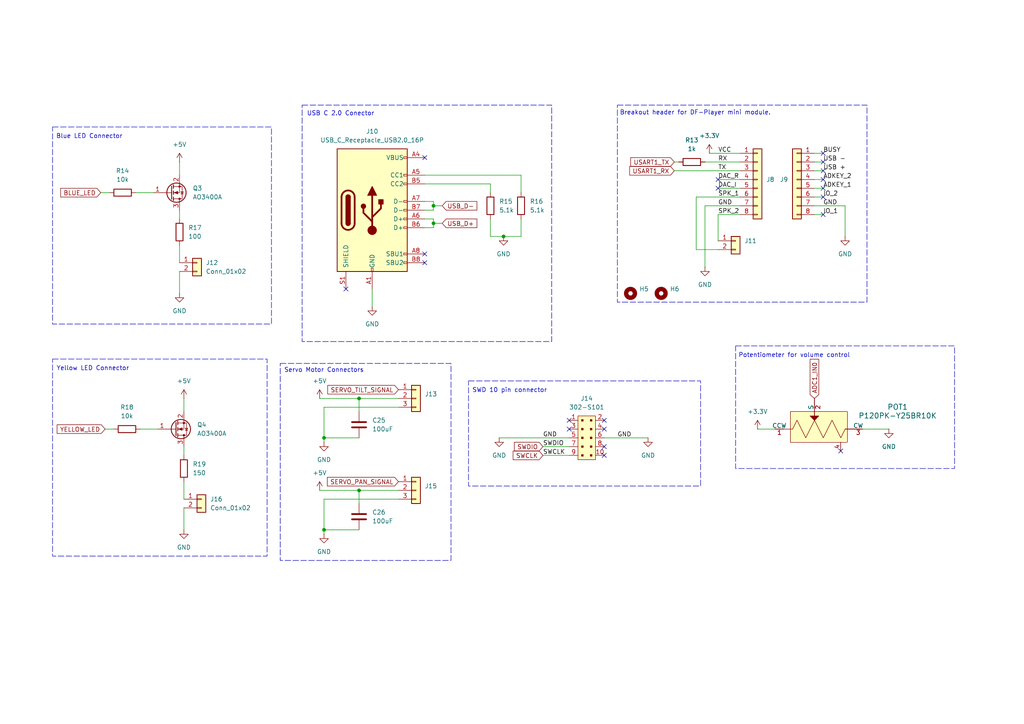
<source format=kicad_sch>
(kicad_sch (version 20250114) (generator "eeschema") (generator_version "9.0")
  (paper "A4")
  (title_block (title "Turret PCB Devices/Peripherals") (date "2025-09-15") (rev "R1.0") (company "Cedric Roghi"))
  (lib_symbols
    (symbol "Connector:USB_C_Receptacle_USB2.0_16P" (pin_names (offset 1.016))
      (property "Reference" "J" (at 0 22.225 0))
      (property "Value" "USB_C_Receptacle_USB2.0_16P" (at 0 19.685 0))
      (symbol "USB_C_Receptacle_USB2.0_16P_0_0"
        (rectangle (start -0.254 -17.78) (end 0.254 -16.764))
        (rectangle (start 10.16 15.494) (end 9.144 14.986))
        (rectangle (start 10.16 10.414) (end 9.144 9.906))
        (rectangle (start 10.16 7.874) (end 9.144 7.366))
        (rectangle (start 10.16 2.794) (end 9.144 2.286))
        (rectangle (start 10.16 0.254) (end 9.144 -0.254))
        (rectangle (start 10.16 -2.286) (end 9.144 -2.794))
        (rectangle (start 10.16 -4.826) (end 9.144 -5.334))
        (rectangle (start 10.16 -12.446) (end 9.144 -12.954))
        (rectangle (start 10.16 -14.986) (end 9.144 -15.494))
      )
      (symbol "USB_C_Receptacle_USB2.0_16P_0_1"
        (rectangle (start -10.16 17.78) (end 10.16 -17.78) (stroke (width 0.254)) (fill (type background)))
        (polyline (pts (xy -8.89 -3.81) (xy -8.89 3.81)) (stroke (width 0.508)))
        (rectangle (start -7.62 -3.81) (end -6.35 3.81) (stroke (width 0.254)) (fill (type outline)))
        (arc (start -7.62 3.81) (mid -6.985 4.4423) (end -6.35 3.81) (stroke (width 0.254)))
        (arc (start -7.62 3.81) (mid -6.985 4.4423) (end -6.35 3.81) (stroke (width 0.254)) (fill (type outline)))
        (arc (start -8.89 3.81) (mid -6.985 5.7067) (end -5.08 3.81) (stroke (width 0.508)))
        (arc (start -5.08 -3.81) (mid -6.985 -5.7067) (end -8.89 -3.81) (stroke (width 0.508)))
        (arc (start -6.35 -3.81) (mid -6.985 -4.4423) (end -7.62 -3.81) (stroke (width 0.254)))
        (arc (start -6.35 -3.81) (mid -6.985 -4.4423) (end -7.62 -3.81) (stroke (width 0.254)) (fill (type outline)))
        (polyline (pts (xy -5.08 3.81) (xy -5.08 -3.81)) (stroke (width 0.508)))
        (circle (center -2.54 1.143) (radius 0.635) (stroke (width 0.254)) (fill (type outline)))
        (polyline (pts (xy -1.27 4.318) (xy 0 6.858) (xy 1.27 4.318) (xy -1.27 4.318)) (stroke (width 0.254)) (fill (type outline)))
        (polyline (pts (xy 0 -2.032) (xy 2.54 0.508) (xy 2.54 1.778)) (stroke (width 0.508)))
        (polyline (pts (xy 0 -3.302) (xy -2.54 -0.762) (xy -2.54 0.508)) (stroke (width 0.508)))
        (polyline (pts (xy 0 -5.842) (xy 0 4.318)) (stroke (width 0.508)))
        (circle (center 0 -5.842) (radius 1.27) (fill (type outline)))
        (rectangle (start 1.905 1.778) (end 3.175 3.048) (stroke (width 0.254)) (fill (type outline)))
      )
      (symbol "USB_C_Receptacle_USB2.0_16P_1_1"
        (pin passive line (at -7.62 -22.86 90) (length 5.08) (name "SHIELD") (number "S1"))
        (pin passive line (at 0 -22.86 90) (length 5.08) (name "GND") (number "A1"))
        (pin passive line (at 0 -22.86 90) (length 5.08) (hide yes) (name "GND") (number "A12"))
        (pin passive line (at 0 -22.86 90) (length 5.08) (hide yes) (name "GND") (number "B1"))
        (pin passive line (at 0 -22.86 90) (length 5.08) (hide yes) (name "GND") (number "B12"))
        (pin passive line (at 15.24 15.24 180) (length 5.08) (name "VBUS") (number "A4"))
        (pin passive line (at 15.24 15.24 180) (length 5.08) (hide yes) (name "VBUS") (number "A9"))
        (pin passive line (at 15.24 15.24 180) (length 5.08) (hide yes) (name "VBUS") (number "B4"))
        (pin passive line (at 15.24 15.24 180) (length 5.08) (hide yes) (name "VBUS") (number "B9"))
        (pin bidirectional line (at 15.24 10.16 180) (length 5.08) (name "CC1") (number "A5"))
        (pin bidirectional line (at 15.24 7.62 180) (length 5.08) (name "CC2") (number "B5"))
        (pin bidirectional line (at 15.24 2.54 180) (length 5.08) (name "D-") (number "A7"))
        (pin bidirectional line (at 15.24 0 180) (length 5.08) (name "D-") (number "B7"))
        (pin bidirectional line (at 15.24 -2.54 180) (length 5.08) (name "D+") (number "A6"))
        (pin bidirectional line (at 15.24 -5.08 180) (length 5.08) (name "D+") (number "B6"))
        (pin bidirectional line (at 15.24 -12.7 180) (length 5.08) (name "SBU1") (number "A8"))
        (pin bidirectional line (at 15.24 -15.24 180) (length 5.08) (name "SBU2") (number "B8"))
      )
    )
    (symbol "Connector_Generic:Conn_01x02" (pin_names (offset 1.016) (hide yes))
      (property "Reference" "J" (at 0 2.54 0))
      (property "Value" "Conn_01x02" (at 0 -5.08 0))
      (symbol "Conn_01x02_1_1"
        (rectangle (start -1.27 1.27) (end 1.27 -3.81) (stroke (width 0.254)) (fill (type background)))
        (rectangle (start -1.27 0.127) (end 0 -0.127) (stroke (width 0.1524)))
        (rectangle (start -1.27 -2.413) (end 0 -2.667) (stroke (width 0.1524)))
        (pin passive line (at -5.08 0 0) (length 3.81) (name "Pin_1") (number "1"))
        (pin passive line (at -5.08 -2.54 0) (length 3.81) (name "Pin_2") (number "2"))
      )
    )
    (symbol "Connector_Generic:Conn_01x03" (pin_names (offset 1.016) (hide yes))
      (property "Reference" "J" (at 0 5.08 0))
      (property "Value" "Conn_01x03" (at 0 -5.08 0))
      (symbol "Conn_01x03_1_1"
        (rectangle (start -1.27 3.81) (end 1.27 -3.81) (stroke (width 0.254)) (fill (type background)))
        (rectangle (start -1.27 2.667) (end 0 2.413) (stroke (width 0.1524)))
        (rectangle (start -1.27 0.127) (end 0 -0.127) (stroke (width 0.1524)))
        (rectangle (start -1.27 -2.413) (end 0 -2.667) (stroke (width 0.1524)))
        (pin passive line (at -5.08 2.54 0) (length 3.81) (name "Pin_1") (number "1"))
        (pin passive line (at -5.08 0 0) (length 3.81) (name "Pin_2") (number "2"))
        (pin passive line (at -5.08 -2.54 0) (length 3.81) (name "Pin_3") (number "3"))
      )
    )
    (symbol "Connector_Generic:Conn_01x08" (pin_names (offset 1.016) (hide yes))
      (property "Reference" "J" (at 0 10.16 0))
      (property "Value" "Conn_01x08" (at 0 -12.7 0))
      (symbol "Conn_01x08_1_1"
        (rectangle (start -1.27 8.89) (end 1.27 -11.43) (stroke (width 0.254)) (fill (type background)))
        (rectangle (start -1.27 7.747) (end 0 7.493) (stroke (width 0.1524)))
        (rectangle (start -1.27 5.207) (end 0 4.953) (stroke (width 0.1524)))
        (rectangle (start -1.27 2.667) (end 0 2.413) (stroke (width 0.1524)))
        (rectangle (start -1.27 0.127) (end 0 -0.127) (stroke (width 0.1524)))
        (rectangle (start -1.27 -2.413) (end 0 -2.667) (stroke (width 0.1524)))
        (rectangle (start -1.27 -4.953) (end 0 -5.207) (stroke (width 0.1524)))
        (rectangle (start -1.27 -7.493) (end 0 -7.747) (stroke (width 0.1524)))
        (rectangle (start -1.27 -10.033) (end 0 -10.287) (stroke (width 0.1524)))
        (pin passive line (at -5.08 7.62 0) (length 3.81) (name "Pin_1") (number "1"))
        (pin passive line (at -5.08 5.08 0) (length 3.81) (name "Pin_2") (number "2"))
        (pin passive line (at -5.08 2.54 0) (length 3.81) (name "Pin_3") (number "3"))
        (pin passive line (at -5.08 0 0) (length 3.81) (name "Pin_4") (number "4"))
        (pin passive line (at -5.08 -2.54 0) (length 3.81) (name "Pin_5") (number "5"))
        (pin passive line (at -5.08 -5.08 0) (length 3.81) (name "Pin_6") (number "6"))
        (pin passive line (at -5.08 -7.62 0) (length 3.81) (name "Pin_7") (number "7"))
        (pin passive line (at -5.08 -10.16 0) (length 3.81) (name "Pin_8") (number "8"))
      )
    )
    (symbol "Device:C" (pin_numbers (hide yes)) (pin_names (offset 0.254))
      (property "Reference" "C" (at 0.635 2.54 0))
      (property "Value" "C" (at 0.635 -2.54 0))
      (symbol "C_0_1"
        (polyline (pts (xy -2.032 0.762) (xy 2.032 0.762)) (stroke (width 0.508)))
        (polyline (pts (xy -2.032 -0.762) (xy 2.032 -0.762)) (stroke (width 0.508)))
      )
      (symbol "C_1_1"
        (pin passive line (at 0 3.81 270) (length 2.794) (name "~") (number "1"))
        (pin passive line (at 0 -3.81 90) (length 2.794) (name "~") (number "2"))
      )
    )
    (symbol "Device:R" (pin_numbers (hide yes)) (pin_names (offset 0))
      (property "Reference" "R" (at 2.032 0 90))
      (property "Value" "R" (at 0 0 90))
      (symbol "R_0_1"
        (rectangle (start -1.016 -2.54) (end 1.016 2.54) (stroke (width 0.254)))
      )
      (symbol "R_1_1"
        (pin passive line (at 0 3.81 270) (length 1.27) (name "~") (number "1"))
        (pin passive line (at 0 -3.81 90) (length 1.27) (name "~") (number "2"))
      )
    )
    (symbol "Mechanical:MountingHole" (pin_names (offset 1.016)) (in_bom no)
      (property "Reference" "H" (at 0 5.08 0))
      (property "Value" "MountingHole" (at 0 3.175 0))
      (symbol "MountingHole_0_1"
        (circle (center 0 0) (radius 1.27) (stroke (width 1.27)))
      )
    )
    (symbol "Transistor_FET:AO3400A" (pin_names (offset 0) (hide yes))
      (property "Reference" "Q" (at 5.08 1.905 0))
      (property "Value" "AO3400A" (at 5.08 0 0))
      (symbol "AO3400A_0_1"
        (polyline (pts (xy 0.254 1.905) (xy 0.254 -1.905)) (stroke (width 0.254)))
        (polyline (pts (xy 0.254 0) (xy -2.54 0)))
        (polyline (pts (xy 0.762 2.286) (xy 0.762 1.27)) (stroke (width 0.254)))
        (polyline (pts (xy 0.762 0.508) (xy 0.762 -0.508)) (stroke (width 0.254)))
        (polyline (pts (xy 0.762 -1.27) (xy 0.762 -2.286)) (stroke (width 0.254)))
        (polyline (pts (xy 0.762 -1.778) (xy 3.302 -1.778) (xy 3.302 1.778) (xy 0.762 1.778)))
        (polyline (pts (xy 1.016 0) (xy 2.032 0.381) (xy 2.032 -0.381) (xy 1.016 0)) (fill (type outline)))
        (circle (center 1.651 0) (radius 2.794) (stroke (width 0.254)))
        (polyline (pts (xy 2.54 2.54) (xy 2.54 1.778)))
        (circle (center 2.54 1.778) (radius 0.254) (fill (type outline)))
        (circle (center 2.54 -1.778) (radius 0.254) (fill (type outline)))
        (polyline (pts (xy 2.54 -2.54) (xy 2.54 0) (xy 0.762 0)))
        (polyline (pts (xy 2.921 0.381) (xy 3.683 0.381)))
        (polyline (pts (xy 3.302 0.381) (xy 2.921 -0.254) (xy 3.683 -0.254) (xy 3.302 0.381)))
      )
      (symbol "AO3400A_1_1"
        (pin input line (at -5.08 0 0) (length 2.54) (name "G") (number "1"))
        (pin passive line (at 2.54 5.08 270) (length 2.54) (name "D") (number "3"))
        (pin passive line (at 2.54 -5.08 90) (length 2.54) (name "S") (number "2"))
      )
    )
    (symbol "dk_Rectangular-Connectors-Headers-Male-Pins:302-S101" (pin_names (offset 1.016))
      (property "Reference" "J" (at -2.54 7.62 0))
      (property "Value" "302-S101" (at 0 -7.62 0))
      (symbol "302-S101_1_1"
        (rectangle (start -2.54 6.35) (end 2.54 -6.35) (fill (type background)))
        (rectangle (start -1.524 5.334) (end -1.016 4.826) (fill (type outline)))
        (rectangle (start -1.524 2.794) (end -1.016 2.286) (fill (type outline)))
        (rectangle (start -1.524 0.254) (end -1.016 -0.254) (fill (type outline)))
        (rectangle (start -1.524 -2.286) (end -1.016 -2.794) (fill (type outline)))
        (rectangle (start -1.524 -4.826) (end -1.016 -5.334) (fill (type outline)))
        (rectangle (start 1.016 5.334) (end 1.524 4.826) (fill (type outline)))
        (rectangle (start 1.016 2.794) (end 1.524 2.286) (fill (type outline)))
        (rectangle (start 1.016 0.254) (end 1.524 -0.254) (fill (type outline)))
        (rectangle (start 1.016 -2.286) (end 1.524 -2.794) (fill (type outline)))
        (rectangle (start 1.016 -4.826) (end 1.524 -5.334) (fill (type outline)))
        (pin passive line (at -5.08 5.08 0) (length 2.54) (name "~") (number "1"))
        (pin passive line (at -5.08 2.54 0) (length 2.54) (name "~") (number "3"))
        (pin passive line (at -5.08 0 0) (length 2.54) (name "~") (number "5"))
        (pin passive line (at -5.08 -2.54 0) (length 2.54) (name "~") (number "7"))
        (pin passive line (at -5.08 -5.08 0) (length 2.54) (name "~") (number "9"))
        (pin passive line (at 5.08 5.08 180) (length 2.54) (name "~") (number "2"))
        (pin passive line (at 5.08 2.54 180) (length 2.54) (name "~") (number "4"))
        (pin passive line (at 5.08 0 180) (length 2.54) (name "~") (number "6"))
        (pin passive line (at 5.08 -2.54 180) (length 2.54) (name "~") (number "8"))
        (pin passive line (at 5.08 -5.08 180) (length 2.54) (name "~") (number "10"))
      )
    )
    (symbol "dk_Rotary-Potentiometers-Rheostats:P120PK-Y25BR10K" (pin_names (offset 0))
      (property "Reference" "POT" (at -1.905 6.35 0))
      (property "Value" "P120PK-Y25BR10K" (at 6.985 -5.08 0))
      (symbol "P120PK-Y25BR10K_0_1"
        (rectangle (start -6.985 5.08) (end 9.525 -3.81) (fill (type background)))
        (polyline (pts (xy -6.35 0) (xy -8.89 0)))
        (polyline (pts (xy -6.3246 0.0254) (xy -5.0546 2.5654) (xy -2.5146 -2.5146) (xy -1.2446 0.0254) (xy 0.0254 2.5654) (xy 2.5654 -2.5146) (xy 5.1054 2.5654) (xy 7.6454 -2.5146) (xy 8.9154 0.0254) (xy 11.4554 0.0254)))
        (polyline (pts (xy -0.635 3.175) (xy -1.27 3.81) (xy 1.27 3.81) (xy 0 2.54)) (fill (type outline)))
        (polyline (pts (xy 0 2.54) (xy -0.635 3.175) (xy 0.635 3.175) (xy 0 2.54)))
        (polyline (pts (xy 11.43 0) (xy 8.89 0)))
      )
      (symbol "P120PK-Y25BR10K_1_0"
        (pin unspecified line (at 7.62 -6.35 90) (length 2.54) (name "~") (number "4"))
      )
      (symbol "P120PK-Y25BR10K_1_1"
        (pin passive line (at -11.43 0 0) (length 2.54) (name "CCW") (number "1"))
        (pin passive line (at 0 8.89 270) (length 5.08) (name "S") (number "2"))
        (pin passive line (at 13.97 0 180) (length 2.54) (name "CW") (number "3"))
      )
    )
    (symbol "power:+3.3V" (power) (pin_numbers (hide yes)) (pin_names (offset 0) (hide yes))
      (property "Value" "+3.3V" (at 0 3.556 0))
      (symbol "+3.3V_0_1"
        (polyline (pts (xy -0.762 1.27) (xy 0 2.54)))
        (polyline (pts (xy 0 2.54) (xy 0.762 1.27)))
        (polyline (pts (xy 0 0) (xy 0 2.54)))
      )
      (symbol "+3.3V_1_1"
        (pin power_in line (at 0 0 90) (length 0) (name "~") (number "1"))
      )
    )
    (symbol "power:+5V" (power) (pin_numbers (hide yes)) (pin_names (offset 0) (hide yes))
      (property "Value" "+5V" (at 0 3.556 0))
      (symbol "+5V_0_1"
        (polyline (pts (xy -0.762 1.27) (xy 0 2.54)))
        (polyline (pts (xy 0 2.54) (xy 0.762 1.27)))
        (polyline (pts (xy 0 0) (xy 0 2.54)))
      )
      (symbol "+5V_1_1"
        (pin power_in line (at 0 0 90) (length 0) (name "~") (number "1"))
      )
    )
    (symbol "power:GND" (power) (pin_numbers (hide yes)) (pin_names (offset 0) (hide yes))
      (property "Value" "GND" (at 0 -3.81 0))
      (symbol "GND_0_1"
        (polyline (pts (xy 0 0) (xy 0 -1.27) (xy 1.27 -1.27) (xy 0 -2.54) (xy -1.27 -1.27) (xy 0 -1.27)))
      )
      (symbol "GND_1_1"
        (pin power_in line (at 0 0 270) (length 0) (name "~") (number "1"))
      )
    )
  )
  (rectangle (start 81.28 105.41) (end 130.81 162.56) (stroke (width 0) (type dash)))
  (rectangle (start 15.24 36.83) (end 78.74 93.98) (stroke (width 0) (type dash)))
  (rectangle (start 213.36 100.33) (end 276.86 135.89) (stroke (width 0) (type dash)))
  (rectangle (start 15.24 104.14) (end 77.47 161.29) (stroke (width 0) (type dash)))
  (rectangle (start 87.63 30.48) (end 160.02 99.06) (stroke (width 0) (type dash)))
  (rectangle (start 179.07 30.48) (end 251.46 87.63) (stroke (width 0) (type dash)))
  (rectangle (start 135.89 110.49) (end 203.2 140.97) (stroke (width 0) (type dash)))
  (text "Servo Motor Connectors" (at 93.98 107.442 0) (effects (font (size 1.27 1.27))))
  (text "USB C 2.0 Conector" (at 98.806 33.02 0) (effects (font (size 1.27 1.27))))
  (text "Blue LED Connector" (at 25.908 39.624 0) (effects (font (size 1.27 1.27))))
  (text "Yellow LED Connector" (at 26.924 106.934 0) (effects (font (size 1.27 1.27))))
  (text "SWD 10 pin connector" (at 147.828 113.284 0) (effects (font (size 1.27 1.27))))
  (text "Breakout header for DF-Player mini module." (at 201.676 32.766 0) (effects (font (size 1.27 1.27))))
  (text "Potentiometer for volume control" (at 230.378 103.124 0) (effects (font (size 1.27 1.27))))
  (junction (at 93.98 153.67))
  (junction (at 93.98 127))
  (junction (at 125.73 64.77))
  (junction (at 146.05 68.58))
  (junction (at 104.14 142.24))
  (junction (at 125.73 59.69))
  (junction (at 104.14 115.57))
  (no_connect (at 175.26 121.92))
  (no_connect (at 238.76 49.53))
  (no_connect (at 238.76 62.23))
  (no_connect (at 238.76 44.45))
  (no_connect (at 238.76 57.15))
  (no_connect (at 123.19 76.2))
  (no_connect (at 208.28 54.61))
  (no_connect (at 165.1 124.46))
  (no_connect (at 100.33 83.82))
  (no_connect (at 123.19 73.66))
  (no_connect (at 165.1 121.92))
  (no_connect (at 238.76 46.99))
  (no_connect (at 175.26 124.46))
  (no_connect (at 238.76 54.61))
  (no_connect (at 208.28 52.07))
  (no_connect (at 123.19 45.72))
  (no_connect (at 243.84 130.81))
  (no_connect (at 238.76 52.07))
  (no_connect (at 175.26 132.08))
  (no_connect (at 175.26 129.54))
  (wire (pts (xy 204.47 46.99) (xy 214.63 46.99)))
  (wire (pts (xy 52.07 60.96) (xy 52.07 63.5)))
  (wire (pts (xy 250.19 124.46) (xy 257.81 124.46)))
  (wire (pts (xy 125.73 59.69) (xy 128.27 59.69)))
  (wire (pts (xy 104.14 115.57) (xy 115.57 115.57)))
  (wire (pts (xy 125.73 66.04) (xy 125.73 64.77)))
  (wire (pts (xy 104.14 115.57) (xy 104.14 119.38)))
  (wire (pts (xy 93.98 153.67) (xy 104.14 153.67)))
  (wire (pts (xy 208.28 62.23) (xy 214.63 62.23)))
  (wire (pts (xy 245.11 68.58) (xy 245.11 59.69)))
  (wire (pts (xy 104.14 142.24) (xy 115.57 142.24)))
  (wire (pts (xy 123.19 63.5) (xy 125.73 63.5)))
  (wire (pts (xy 151.13 63.5) (xy 151.13 68.58)))
  (wire (pts (xy 142.24 63.5) (xy 142.24 68.58)))
  (wire (pts (xy 53.34 147.32) (xy 53.34 153.67)))
  (wire (pts (xy 93.98 128.27) (xy 93.98 127)))
  (wire (pts (xy 125.73 60.96) (xy 125.73 59.69)))
  (wire (pts (xy 123.19 53.34) (xy 142.24 53.34)))
  (wire (pts (xy 93.98 154.94) (xy 93.98 153.67)))
  (wire (pts (xy 92.71 115.57) (xy 104.14 115.57)))
  (wire (pts (xy 93.98 144.78) (xy 115.57 144.78)))
  (wire (pts (xy 236.22 46.99) (xy 238.76 46.99)))
  (wire (pts (xy 201.93 57.15) (xy 214.63 57.15)))
  (wire (pts (xy 208.28 62.23) (xy 208.28 69.85)))
  (wire (pts (xy 53.34 139.7) (xy 53.34 144.78)))
  (wire (pts (xy 144.78 127) (xy 165.1 127)))
  (wire (pts (xy 236.22 44.45) (xy 238.76 44.45)))
  (wire (pts (xy 201.93 72.39) (xy 201.93 57.15)))
  (wire (pts (xy 205.74 44.45) (xy 214.63 44.45)))
  (wire (pts (xy 125.73 64.77) (xy 128.27 64.77)))
  (wire (pts (xy 123.19 60.96) (xy 125.73 60.96)))
  (wire (pts (xy 92.71 142.24) (xy 104.14 142.24)))
  (wire (pts (xy 123.19 66.04) (xy 125.73 66.04)))
  (wire (pts (xy 208.28 54.61) (xy 214.63 54.61)))
  (wire (pts (xy 157.48 129.54) (xy 165.1 129.54)))
  (wire (pts (xy 123.19 58.42) (xy 125.73 58.42)))
  (wire (pts (xy 236.22 54.61) (xy 238.76 54.61)))
  (wire (pts (xy 93.98 127) (xy 93.98 118.11)))
  (wire (pts (xy 236.22 49.53) (xy 238.76 49.53)))
  (wire (pts (xy 157.48 132.08) (xy 165.1 132.08)))
  (wire (pts (xy 30.48 124.46) (xy 33.02 124.46)))
  (wire (pts (xy 142.24 53.34) (xy 142.24 55.88)))
  (wire (pts (xy 151.13 50.8) (xy 151.13 55.88)))
  (wire (pts (xy 219.71 124.46) (xy 224.79 124.46)))
  (wire (pts (xy 125.73 63.5) (xy 125.73 64.77)))
  (wire (pts (xy 29.21 55.88) (xy 31.75 55.88)))
  (wire (pts (xy 93.98 153.67) (xy 93.98 144.78)))
  (wire (pts (xy 236.22 59.69) (xy 245.11 59.69)))
  (wire (pts (xy 52.07 78.74) (xy 52.07 85.09)))
  (wire (pts (xy 142.24 68.58) (xy 146.05 68.58)))
  (wire (pts (xy 195.58 46.99) (xy 196.85 46.99)))
  (wire (pts (xy 123.19 50.8) (xy 151.13 50.8)))
  (wire (pts (xy 125.73 58.42) (xy 125.73 59.69)))
  (wire (pts (xy 39.37 55.88) (xy 44.45 55.88)))
  (wire (pts (xy 53.34 129.54) (xy 53.34 132.08)))
  (wire (pts (xy 236.22 52.07) (xy 238.76 52.07)))
  (wire (pts (xy 236.22 62.23) (xy 238.76 62.23)))
  (wire (pts (xy 40.64 124.46) (xy 45.72 124.46)))
  (wire (pts (xy 53.34 115.57) (xy 53.34 119.38)))
  (wire (pts (xy 236.22 57.15) (xy 238.76 57.15)))
  (wire (pts (xy 204.47 77.47) (xy 204.47 59.69)))
  (wire (pts (xy 93.98 118.11) (xy 115.57 118.11)))
  (wire (pts (xy 104.14 142.24) (xy 104.14 146.05)))
  (wire (pts (xy 204.47 59.69) (xy 214.63 59.69)))
  (wire (pts (xy 175.26 127) (xy 187.96 127)))
  (wire (pts (xy 93.98 127) (xy 104.14 127)))
  (wire (pts (xy 208.28 72.39) (xy 201.93 72.39)))
  (wire (pts (xy 52.07 46.99) (xy 52.07 50.8)))
  (wire (pts (xy 151.13 68.58) (xy 146.05 68.58)))
  (wire (pts (xy 107.95 83.82) (xy 107.95 88.9)))
  (wire (pts (xy 195.58 49.53) (xy 214.63 49.53)))
  (wire (pts (xy 208.28 52.07) (xy 214.63 52.07)))
  (wire (pts (xy 52.07 71.12) (xy 52.07 76.2)))
  (label "SWDIO" (at 157.48 129.54 0))
  (label "SPK_1" (at 208.28 57.15 0))
  (label "IO_2" (at 238.76 57.15 0))
  (label "USB -" (at 238.76 46.99 0))
  (label "DAC_I" (at 208.28 54.61 0))
  (label "ADKEY_2" (at 238.76 52.07 0))
  (label "DAC_R" (at 208.28 52.07 0))
  (label "TX" (at 208.28 49.53 0))
  (label "SWCLK" (at 157.48 132.08 0))
  (label "SPK_2" (at 208.28 62.23 0))
  (label "USB +" (at 238.76 49.53 0))
  (label "IO_1" (at 238.76 62.23 0))
  (label "GND" (at 157.48 127 0))
  (label "ADKEY_1" (at 238.76 54.61 0))
  (label "GND" (at 179.07 127 0))
  (label "GND" (at 208.28 59.69 0))
  (label "VCC" (at 208.28 44.45 0))
  (label "RX" (at 208.28 46.99 0))
  (label "GND" (at 238.76 59.69 0))
  (label "BUSY" (at 238.76 44.45 0))
  (global_label "USART1_TX" (shape input) (at 195.58 46.99 180) (property "Intersheetrefs" "${INTERSHEET_REFS}" (effects (hide yes))))
  (global_label "USART1_RX" (shape input) (at 195.58 49.53 180) (property "Intersheetrefs" "${INTERSHEET_REFS}" (effects (hide yes))))
  (global_label "SERVO_PAN_SIGNAL" (shape input) (at 115.57 139.7 180) (property "Intersheetrefs" "${INTERSHEET_REFS}" (effects (hide yes))))
  (global_label "USB_D-" (shape input) (at 128.27 59.69 0) (property "Intersheetrefs" "${INTERSHEET_REFS}" (effects (hide yes))))
  (global_label "ADC1_IN0" (shape input) (at 236.22 115.57 90) (property "Intersheetrefs" "${INTERSHEET_REFS}" (effects (hide yes))))
  (global_label "USB_D+" (shape input) (at 128.27 64.77 0) (property "Intersheetrefs" "${INTERSHEET_REFS}" (effects (hide yes))))
  (global_label "SWCLK" (shape input) (at 157.48 132.08 180) (property "Intersheetrefs" "${INTERSHEET_REFS}" (effects (hide yes))))
  (global_label "SWDIO" (shape input) (at 157.48 129.54 180) (property "Intersheetrefs" "${INTERSHEET_REFS}" (effects (hide yes))))
  (global_label "SERVO_TILT_SIGNAL" (shape input) (at 115.57 113.03 180) (property "Intersheetrefs" "${INTERSHEET_REFS}" (effects (hide yes))))
  (global_label "BLUE_LED" (shape input) (at 29.21 55.88 180) (property "Intersheetrefs" "${INTERSHEET_REFS}" (effects (hide yes))))
  (global_label "YELLOW_LED" (shape input) (at 30.48 124.46 180) (property "Intersheetrefs" "${INTERSHEET_REFS}" (effects (hide yes))))
  (symbol (lib_id "Connector:USB_C_Receptacle_USB2.0_16P") (at 107.95 60.96 0) (unit 1)
    (property "Reference" "J10" (at 107.95 38.1 0))
    (property "Value" "USB_C_Receptacle_USB2.0_16P" (at 107.95 40.64 0))
    (property "Footprint" "Connector_USB:USB_C_Receptacle_GCT_USB4105-xx-A_16P_TopMnt_Horizontal" (effects (hide yes)))
    (property "Datasheet" "https://www.usb.org/sites/default/files/documents/usb_type-c.zip" (effects (hide yes)))
    (property "Description" "USB 2.0-only 16P Type-C Receptacle connector" (effects (hide yes)))
  )
  (symbol (lib_id "Device:R") (at 151.13 59.69 0) (unit 1)
    (property "Reference" "R16" (at 153.67 58.4199 0) (effects (justify left)))
    (property "Value" "5.1k" (at 153.67 60.9599 0) (effects (justify left)))
    (property "Footprint" "Resistor_SMD:R_0603_1608Metric_Pad0.98x0.95mm_HandSolder" (effects (hide yes)))
    (property "Description" "Resistor" (effects (hide yes)))
  )
  (symbol (lib_id "Connector_Generic:Conn_01x03") (at 120.65 142.24 0) (unit 1)
    (property "Reference" "J15" (at 123.19 140.9699 0) (effects (justify left)))
    (property "Value" "Conn_01x03" (effects (hide yes)))
    (property "Footprint" "Connector_PinHeader_2.54mm:PinHeader_1x03_P2.54mm_Vertical" (effects (hide yes)))
    (property "Description" "Generic connector, single row, 01x03, script generated (kicad-library-utils/schlib/autogen/connector/)" (effects (hide yes)))
  )
  (symbol (lib_id "Device:R") (at 35.56 55.88 90) (unit 1)
    (property "Reference" "R14" (at 35.56 49.53 90))
    (property "Value" "10k" (at 35.56 52.07 90))
    (property "Footprint" "Resistor_SMD:R_0603_1608Metric_Pad0.98x0.95mm_HandSolder" (effects (hide yes)))
    (property "Description" "Resistor" (effects (hide yes)))
  )
  (symbol (lib_id "Device:R") (at 52.07 67.31 0) (unit 1)
    (property "Reference" "R17" (at 54.61 66.0399 0) (effects (justify left)))
    (property "Value" "100" (at 54.61 68.5799 0) (effects (justify left)))
    (property "Footprint" "Resistor_SMD:R_0603_1608Metric_Pad0.98x0.95mm_HandSolder" (effects (hide yes)))
    (property "Description" "Resistor" (effects (hide yes)))
  )
  (symbol (lib_id "Mechanical:MountingHole") (at 182.88 85.09 0) (unit 1) (in_bom no)
    (property "Reference" "H5" (at 185.42 83.8199 0) (effects (justify left)))
    (property "Value" "MountingHole" (effects (hide yes)))
    (property "Footprint" "MountingHole:MountingHole_2.7mm_M2.5_DIN965_Pad" (effects (hide yes)))
    (property "Description" "Mounting Hole without connection" (effects (hide yes)))
  )
  (symbol (lib_id "Device:R") (at 36.83 124.46 90) (unit 1)
    (property "Reference" "R18" (at 36.83 118.11 90))
    (property "Value" "10k" (at 36.83 120.65 90))
    (property "Footprint" "Resistor_SMD:R_0603_1608Metric_Pad0.98x0.95mm_HandSolder" (effects (hide yes)))
    (property "Description" "Resistor" (effects (hide yes)))
  )
  (symbol (lib_id "Connector_Generic:Conn_01x03") (at 120.65 115.57 0) (unit 1)
    (property "Reference" "J13" (at 123.19 114.2999 0) (effects (justify left)))
    (property "Value" "Conn_01x03" (effects (hide yes)))
    (property "Footprint" "Connector_PinHeader_2.54mm:PinHeader_1x03_P2.54mm_Vertical" (effects (hide yes)))
    (property "Description" "Generic connector, single row, 01x03, script generated (kicad-library-utils/schlib/autogen/connector/)" (effects (hide yes)))
  )
  (symbol (lib_id "power:+3.3V") (at 205.74 44.45 0) (unit 1)
    (property "Reference" "#PWR040" (effects (hide yes)))
    (property "Value" "+3.3V" (at 205.74 39.37 0))
    (property "Description" "Power symbol creates a global label with name \"+3.3V\"" (effects (hide yes)))
  )
  (symbol (lib_id "power:+5V") (at 52.07 46.99 0) (unit 1)
    (property "Reference" "#PWR041" (effects (hide yes)))
    (property "Value" "+5V" (at 52.07 41.91 0))
    (property "Description" "Power symbol creates a global label with name \"+5V\"" (effects (hide yes)))
  )
  (symbol (lib_id "Connector_Generic:Conn_01x02") (at 58.42 144.78 0) (unit 1)
    (property "Reference" "J16" (at 60.96 144.7799 0) (effects (justify left)))
    (property "Value" "Conn_01x02" (at 60.96 147.3199 0) (effects (justify left)))
    (property "Footprint" "Connector_PinSocket_2.54mm:PinSocket_1x02_P2.54mm_Vertical" (effects (hide yes)))
    (property "Description" "Generic connector, single row, 01x02, script generated (kicad-library-utils/schlib/autogen/connector/)" (effects (hide yes)))
  )
  (symbol (lib_id "Connector_Generic:Conn_01x08") (at 219.71 52.07 0) (unit 1)
    (property "Reference" "J8" (at 222.25 52.0699 0) (effects (justify left)))
    (property "Value" "Conn_01x08" (effects (hide yes)))
    (property "Footprint" "Connector_PinHeader_2.54mm:PinHeader_1x08_P2.54mm_Vertical" (effects (hide yes)))
    (property "Description" "Generic connector, single row, 01x08, script generated (kicad-library-utils/schlib/autogen/connector/)" (effects (hide yes)))
  )
  (symbol (lib_id "power:+5V") (at 92.71 115.57 0) (unit 1)
    (property "Reference" "#PWR048" (effects (hide yes)))
    (property "Value" "+5V" (at 92.71 110.49 0))
    (property "Description" "Power symbol creates a global label with name \"+5V\"" (effects (hide yes)))
  )
  (symbol (lib_id "power:+3.3V") (at 219.71 124.46 0) (unit 1)
    (property "Reference" "#PWR049" (effects (hide yes)))
    (property "Value" "+3.3V" (at 219.71 119.38 0))
    (property "Description" "Power symbol creates a global label with name \"+3.3V\"" (effects (hide yes)))
  )
  (symbol (lib_id "power:GND") (at 93.98 128.27 0) (unit 1)
    (property "Reference" "#PWR053" (effects (hide yes)))
    (property "Value" "GND" (at 93.98 133.35 0))
    (property "Description" "Power symbol creates a global label with name \"GND\" , ground" (effects (hide yes)))
  )
  (symbol (lib_id "power:GND") (at 257.81 124.46 0) (unit 1)
    (property "Reference" "#PWR050" (effects (hide yes)))
    (property "Value" "GND" (at 257.81 129.54 0))
    (property "Description" "Power symbol creates a global label with name \"GND\" , ground" (effects (hide yes)))
  )
  (symbol (lib_id "dk_Rotary-Potentiometers-Rheostats:P120PK-Y25BR10K") (at 236.22 124.46 0) (unit 1)
    (property "Reference" "POT1" (at 260.35 118.0398 0) (effects (font (size 1.524 1.524))))
    (property "Value" "P120PK-Y25BR10K" (at 260.35 120.5798 0) (effects (font (size 1.524 1.524))))
    (property "Footprint" "digikey-footprints:Potentiometer_P120PK-Y25BR10K" (effects (hide yes)))
    (property "Datasheet" "https://www.ttelectronics.com/TTElectronics/media/ProductFiles/Potentiometers/Datasheets/P120.pdf" (effects (hide yes)))
    (property "Description" "POT 10K OHM 1/20W PLASTIC LINEAR" (effects (hide yes)))
    (property "Digi-Key_PN" "987-1710-ND" (effects (hide yes)))
    (property "MPN" "P120PK-Y25BR10K" (effects (hide yes)))
    (property "Category" "Potentiometers, Variable Resistors" (effects (hide yes)))
    (property "Family" "Rotary Potentiometers, Rheostats" (effects (hide yes)))
    (property "DK_Datasheet_Link" "https://www.ttelectronics.com/TTElectronics/media/ProductFiles/Potentiometers/Datasheets/P120.pdf" (effects (hide yes)))
    (property "DK_Detail_Page" "/product-detail/en/tt-electronics-bi/P120PK-Y25BR10K/987-1710-ND/5957454" (effects (hide yes)))
    (property "Description_1" "POT 10K OHM 1/20W PLASTIC LINEAR" (effects (hide yes)))
    (property "Manufacturer" "TT Electronics/BI" (effects (hide yes)))
    (property "Status" "Active" (effects (hide yes)))
  )
  (symbol (lib_id "Connector_Generic:Conn_01x02") (at 57.15 76.2 0) (unit 1)
    (property "Reference" "J12" (at 59.69 76.1999 0) (effects (justify left)))
    (property "Value" "Conn_01x02" (at 59.69 78.7399 0) (effects (justify left)))
    (property "Footprint" "Connector_PinSocket_2.54mm:PinSocket_1x02_P2.54mm_Vertical" (effects (hide yes)))
    (property "Description" "Generic connector, single row, 01x02, script generated (kicad-library-utils/schlib/autogen/connector/)" (effects (hide yes)))
  )
  (symbol (lib_id "Connector_Generic:Conn_01x02") (at 213.36 69.85 0) (unit 1)
    (property "Reference" "J11" (at 215.9 69.8499 0) (effects (justify left)))
    (property "Value" "Conn_01x02" (effects (hide yes)))
    (property "Footprint" "Connector_PinHeader_2.54mm:PinHeader_1x02_P2.54mm_Vertical" (effects (hide yes)))
    (property "Description" "Generic connector, single row, 01x02, script generated (kicad-library-utils/schlib/autogen/connector/)" (effects (hide yes)))
  )
  (symbol (lib_id "power:+5V") (at 92.71 142.24 0) (unit 1)
    (property "Reference" "#PWR054" (effects (hide yes)))
    (property "Value" "+5V" (at 92.71 137.16 0))
    (property "Description" "Power symbol creates a global label with name \"+5V\"" (effects (hide yes)))
  )
  (symbol (lib_id "power:GND") (at 146.05 68.58 0) (unit 1)
    (property "Reference" "#PWR042" (effects (hide yes)))
    (property "Value" "GND" (at 146.05 73.66 0))
    (property "Description" "Power symbol creates a global label with name \"GND\" , ground" (effects (hide yes)))
  )
  (symbol (lib_id "Device:C") (at 104.14 149.86 0) (unit 1)
    (property "Reference" "C26" (at 107.95 148.5899 0) (effects (justify left)))
    (property "Value" "100uF" (at 107.95 151.1299 0) (effects (justify left)))
    (property "Footprint" "Capacitor_THT:C_Radial_D6.3mm_H5.0mm_P2.50mm" (effects (hide yes)))
    (property "Description" "Unpolarized capacitor" (effects (hide yes)))
  )
  (symbol (lib_id "power:GND") (at 52.07 85.09 0) (unit 1)
    (property "Reference" "#PWR045" (effects (hide yes)))
    (property "Value" "GND" (at 52.07 90.17 0))
    (property "Description" "Power symbol creates a global label with name \"GND\" , ground" (effects (hide yes)))
  )
  (symbol (lib_id "Mechanical:MountingHole") (at 191.77 85.09 0) (unit 1) (in_bom no)
    (property "Reference" "H6" (at 194.31 83.8199 0) (effects (justify left)))
    (property "Value" "MountingHole" (effects (hide yes)))
    (property "Footprint" "MountingHole:MountingHole_2.7mm_M2.5_DIN965_Pad" (effects (hide yes)))
    (property "Description" "Mounting Hole without connection" (effects (hide yes)))
  )
  (symbol (lib_id "power:GND") (at 204.47 77.47 0) (unit 1)
    (property "Reference" "#PWR044" (effects (hide yes)))
    (property "Value" "GND" (at 204.47 82.55 0))
    (property "Description" "Power symbol creates a global label with name \"GND\" , ground" (effects (hide yes)))
  )
  (symbol (lib_id "Device:R") (at 200.66 46.99 90) (unit 1)
    (property "Reference" "R13" (at 200.66 40.64 90))
    (property "Value" "1k" (at 200.66 43.18 90))
    (property "Footprint" "Resistor_SMD:R_0603_1608Metric_Pad0.98x0.95mm_HandSolder" (effects (hide yes)))
    (property "Description" "Resistor" (effects (hide yes)))
  )
  (symbol (lib_id "Connector_Generic:Conn_01x08") (at 231.14 52.07 0) (mirror y) (unit 1)
    (property "Reference" "J9" (at 228.6 52.0699 0) (effects (justify left)))
    (property "Value" "Conn_01x08" (effects (hide yes)))
    (property "Footprint" "Connector_PinHeader_2.54mm:PinHeader_1x08_P2.54mm_Vertical" (effects (hide yes)))
    (property "Description" "Generic connector, single row, 01x08, script generated (kicad-library-utils/schlib/autogen/connector/)" (effects (hide yes)))
  )
  (symbol (lib_id "power:GND") (at 245.11 68.58 0) (unit 1)
    (property "Reference" "#PWR043" (effects (hide yes)))
    (property "Value" "GND" (at 245.11 73.66 0))
    (property "Description" "Power symbol creates a global label with name \"GND\" , ground" (effects (hide yes)))
  )
  (symbol (lib_id "power:GND") (at 144.78 127 0) (unit 1)
    (property "Reference" "#PWR051" (effects (hide yes)))
    (property "Value" "GND" (at 144.78 132.08 0))
    (property "Description" "Power symbol creates a global label with name \"GND\" , ground" (effects (hide yes)))
  )
  (symbol (lib_id "Transistor_FET:AO3400A") (at 50.8 124.46 0) (mirror x) (unit 1)
    (property "Reference" "Q4" (at 57.15 123.1899 0) (effects (justify left)))
    (property "Value" "AO3400A" (at 57.15 125.7299 0) (effects (justify left)))
    (property "Footprint" "Package_TO_SOT_SMD:SOT-23" (effects (hide yes)))
    (property "Datasheet" "http://www.aosmd.com/pdfs/datasheet/AO3400A.pdf" (effects (hide yes)))
    (property "Description" "30V Vds, 5.7A Id, N-Channel MOSFET, SOT-23" (effects (hide yes)))
  )
  (symbol (lib_id "Device:R") (at 53.34 135.89 0) (unit 1)
    (property "Reference" "R19" (at 55.88 134.6199 0) (effects (justify left)))
    (property "Value" "150" (at 55.88 137.1599 0) (effects (justify left)))
    (property "Footprint" "Resistor_SMD:R_0603_1608Metric_Pad0.98x0.95mm_HandSolder" (effects (hide yes)))
    (property "Description" "Resistor" (effects (hide yes)))
  )
  (symbol (lib_id "power:GND") (at 187.96 127 0) (unit 1)
    (property "Reference" "#PWR052" (effects (hide yes)))
    (property "Value" "GND" (at 187.96 132.08 0))
    (property "Description" "Power symbol creates a global label with name \"GND\" , ground" (effects (hide yes)))
  )
  (symbol (lib_id "Transistor_FET:AO3400A") (at 49.53 55.88 0) (mirror x) (unit 1)
    (property "Reference" "Q3" (at 55.88 54.6099 0) (effects (justify left)))
    (property "Value" "AO3400A" (at 55.88 57.1499 0) (effects (justify left)))
    (property "Footprint" "Package_TO_SOT_SMD:SOT-23" (effects (hide yes)))
    (property "Datasheet" "http://www.aosmd.com/pdfs/datasheet/AO3400A.pdf" (effects (hide yes)))
    (property "Description" "30V Vds, 5.7A Id, N-Channel MOSFET, SOT-23" (effects (hide yes)))
  )
  (symbol (lib_id "power:GND") (at 93.98 154.94 0) (unit 1)
    (property "Reference" "#PWR056" (effects (hide yes)))
    (property "Value" "GND" (at 93.98 160.02 0))
    (property "Description" "Power symbol creates a global label with name \"GND\" , ground" (effects (hide yes)))
  )
  (symbol (lib_id "Device:C") (at 104.14 123.19 0) (unit 1)
    (property "Reference" "C25" (at 107.95 121.9199 0) (effects (justify left)))
    (property "Value" "100uF" (at 107.95 124.4599 0) (effects (justify left)))
    (property "Footprint" "Capacitor_THT:C_Radial_D6.3mm_H5.0mm_P2.50mm" (effects (hide yes)))
    (property "Description" "Unpolarized capacitor" (effects (hide yes)))
  )
  (symbol (lib_id "power:GND") (at 53.34 153.67 0) (unit 1)
    (property "Reference" "#PWR055" (effects (hide yes)))
    (property "Value" "GND" (at 53.34 158.75 0))
    (property "Description" "Power symbol creates a global label with name \"GND\" , ground" (effects (hide yes)))
  )
  (symbol (lib_id "power:GND") (at 107.95 88.9 0) (unit 1)
    (property "Reference" "#PWR046" (effects (hide yes)))
    (property "Value" "GND" (at 107.95 93.98 0))
    (property "Description" "Power symbol creates a global label with name \"GND\" , ground" (effects (hide yes)))
  )
  (symbol (lib_id "power:+5V") (at 53.34 115.57 0) (unit 1)
    (property "Reference" "#PWR059" (effects (hide yes)))
    (property "Value" "+5V" (at 53.34 110.49 0))
    (property "Description" "Power symbol creates a global label with name \"+5V\"" (effects (hide yes)))
  )
  (symbol (lib_id "dk_Rectangular-Connectors-Headers-Male-Pins:302-S101") (at 170.18 127 0) (unit 1)
    (property "Reference" "J14" (at 170.18 115.57 0))
    (property "Value" "302-S101" (at 170.18 118.11 0))
    (property "Footprint" "digikey-footprints:PinHeader_2x5_P2.54mm_Drill1.2mm" (effects (hide yes)))
    (property "Datasheet" "http://www.on-shore.com/wp-content/uploads/2018/04/302-SXX1.pdf" (effects (hide yes)))
    (property "Description" "CONN HEADER VERT 10POS 2.54MM" (effects (hide yes)))
    (property "Digi-Key_PN" "ED1543-ND" (effects (hide yes)))
    (property "MPN" "302-S101" (effects (hide yes)))
    (property "Category" "Connectors, Interconnects" (effects (hide yes)))
    (property "Family" "Rectangular Connectors - Headers, Male Pins" (effects (hide yes)))
    (property "DK_Datasheet_Link" "http://www.on-shore.com/wp-content/uploads/2018/04/302-SXX1.pdf" (effects (hide yes)))
    (property "DK_Detail_Page" "/product-detail/en/on-shore-technology-inc/302-S101/ED1543-ND/2178422" (effects (hide yes)))
    (property "Description_1" "CONN HEADER VERT 10POS 2.54MM" (effects (hide yes)))
    (property "Manufacturer" "On Shore Technology Inc." (effects (hide yes)))
    (property "Status" "Active" (effects (hide yes)))
  )
  (symbol (lib_id "Device:R") (at 142.24 59.69 0) (unit 1)
    (property "Reference" "R15" (at 144.78 58.4199 0) (effects (justify left)))
    (property "Value" "5.1k" (at 144.78 60.9599 0) (effects (justify left)))
    (property "Footprint" "Resistor_SMD:R_0603_1608Metric_Pad0.98x0.95mm_HandSolder" (effects (hide yes)))
    (property "Description" "Resistor" (effects (hide yes)))
  )
)
</source>
